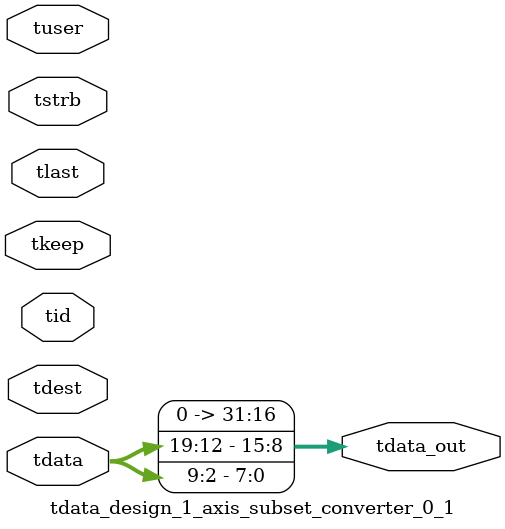
<source format=v>


`timescale 1ps/1ps

module tdata_design_1_axis_subset_converter_0_1 #
(
parameter C_S_AXIS_TDATA_WIDTH = 32,
parameter C_S_AXIS_TUSER_WIDTH = 0,
parameter C_S_AXIS_TID_WIDTH   = 0,
parameter C_S_AXIS_TDEST_WIDTH = 0,
parameter C_M_AXIS_TDATA_WIDTH = 32
)
(
input  [(C_S_AXIS_TDATA_WIDTH == 0 ? 1 : C_S_AXIS_TDATA_WIDTH)-1:0     ] tdata,
input  [(C_S_AXIS_TUSER_WIDTH == 0 ? 1 : C_S_AXIS_TUSER_WIDTH)-1:0     ] tuser,
input  [(C_S_AXIS_TID_WIDTH   == 0 ? 1 : C_S_AXIS_TID_WIDTH)-1:0       ] tid,
input  [(C_S_AXIS_TDEST_WIDTH == 0 ? 1 : C_S_AXIS_TDEST_WIDTH)-1:0     ] tdest,
input  [(C_S_AXIS_TDATA_WIDTH/8)-1:0 ] tkeep,
input  [(C_S_AXIS_TDATA_WIDTH/8)-1:0 ] tstrb,
input                                                                    tlast,
output [C_M_AXIS_TDATA_WIDTH-1:0] tdata_out
);

assign tdata_out = {tdata[19:12],tdata[9:2]};

endmodule


</source>
